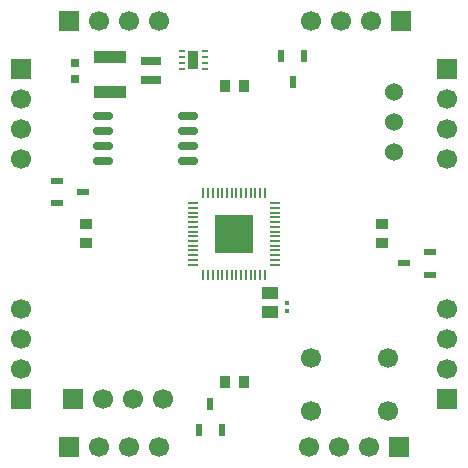
<source format=gbr>
%TF.GenerationSoftware,KiCad,Pcbnew,9.0.6*%
%TF.CreationDate,2025-12-07T19:13:54-08:00*%
%TF.ProjectId,redstone_block,72656473-746f-46e6-955f-626c6f636b2e,rev?*%
%TF.SameCoordinates,Original*%
%TF.FileFunction,Soldermask,Top*%
%TF.FilePolarity,Negative*%
%FSLAX46Y46*%
G04 Gerber Fmt 4.6, Leading zero omitted, Abs format (unit mm)*
G04 Created by KiCad (PCBNEW 9.0.6) date 2025-12-07 19:13:54*
%MOMM*%
%LPD*%
G01*
G04 APERTURE LIST*
G04 Aperture macros list*
%AMRoundRect*
0 Rectangle with rounded corners*
0 $1 Rounding radius*
0 $2 $3 $4 $5 $6 $7 $8 $9 X,Y pos of 4 corners*
0 Add a 4 corners polygon primitive as box body*
4,1,4,$2,$3,$4,$5,$6,$7,$8,$9,$2,$3,0*
0 Add four circle primitives for the rounded corners*
1,1,$1+$1,$2,$3*
1,1,$1+$1,$4,$5*
1,1,$1+$1,$6,$7*
1,1,$1+$1,$8,$9*
0 Add four rect primitives between the rounded corners*
20,1,$1+$1,$2,$3,$4,$5,0*
20,1,$1+$1,$4,$5,$6,$7,0*
20,1,$1+$1,$6,$7,$8,$9,0*
20,1,$1+$1,$8,$9,$2,$3,0*%
G04 Aperture macros list end*
%ADD10C,1.524000*%
%ADD11R,1.000000X0.950000*%
%ADD12R,0.950000X1.000000*%
%ADD13C,1.700000*%
%ADD14RoundRect,0.062500X0.187500X0.062500X-0.187500X0.062500X-0.187500X-0.062500X0.187500X-0.062500X0*%
%ADD15R,0.900000X1.600000*%
%ADD16R,1.700000X1.700000*%
%ADD17R,0.420000X0.460000*%
%ADD18R,1.800000X0.800000*%
%ADD19R,1.100000X0.600000*%
%ADD20R,0.700000X0.650000*%
%ADD21R,2.700000X1.100000*%
%ADD22RoundRect,0.162500X-0.650000X-0.162500X0.650000X-0.162500X0.650000X0.162500X-0.650000X0.162500X0*%
%ADD23RoundRect,0.050000X-0.387500X-0.050000X0.387500X-0.050000X0.387500X0.050000X-0.387500X0.050000X0*%
%ADD24RoundRect,0.050000X-0.050000X-0.387500X0.050000X-0.387500X0.050000X0.387500X-0.050000X0.387500X0*%
%ADD25R,3.200000X3.200000*%
%ADD26R,1.470000X1.020000*%
%ADD27R,0.600000X1.100000*%
G04 APERTURE END LIST*
D10*
%TO.C,5v*%
X148500000Y-43000000D03*
X148500000Y-45540000D03*
X148500000Y-48080000D03*
%TD*%
D11*
%TO.C,D2*%
X147500000Y-55800000D03*
X147500000Y-54200000D03*
%TD*%
%TO.C,D4*%
X122500000Y-54200000D03*
X122500000Y-55800000D03*
%TD*%
D12*
%TO.C,D3*%
X135800000Y-67500000D03*
X134200000Y-67500000D03*
%TD*%
D13*
%TO.C,SW1*%
X148000000Y-70000000D03*
X141500000Y-70000000D03*
X148000000Y-65500000D03*
X141500000Y-65500000D03*
%TD*%
D14*
%TO.C,U3*%
X132500000Y-41000000D03*
X132500000Y-40500000D03*
X132500000Y-40000000D03*
X132500000Y-39500000D03*
X130600000Y-39500000D03*
X130600000Y-40000000D03*
X130600000Y-40500000D03*
X130600000Y-41000000D03*
D15*
X131550000Y-40250000D03*
%TD*%
D16*
%TO.C,J9*%
X121380000Y-69000000D03*
D13*
X123920000Y-69000000D03*
X126460000Y-69000000D03*
X129000000Y-69000000D03*
%TD*%
D17*
%TO.C,C7*%
X139500000Y-60840000D03*
X139500000Y-61500000D03*
%TD*%
D16*
%TO.C,J8*%
X116975000Y-69000000D03*
D13*
X116975000Y-66460000D03*
X116975000Y-63920000D03*
X116975000Y-61380000D03*
%TD*%
D16*
%TO.C,J4*%
X153000000Y-69000000D03*
D13*
X153000000Y-66460000D03*
X153000000Y-63920000D03*
X153000000Y-61380000D03*
%TD*%
D18*
%TO.C,L1*%
X128000000Y-40400000D03*
X128000000Y-42000000D03*
%TD*%
D19*
%TO.C,D18*%
X151600000Y-58450000D03*
X151600000Y-56550000D03*
X149400000Y-57500000D03*
%TD*%
D12*
%TO.C,D1*%
X134200000Y-42500000D03*
X135800000Y-42500000D03*
%TD*%
D16*
%TO.C,J1*%
X121000000Y-37000000D03*
D13*
X123540000Y-37000000D03*
X126080000Y-37000000D03*
X128620000Y-37000000D03*
%TD*%
D20*
%TO.C,C5*%
X121500000Y-40500000D03*
X121500000Y-41850000D03*
%TD*%
D21*
%TO.C,100k*%
X124500000Y-40000000D03*
X124500000Y-43000000D03*
%TD*%
D16*
%TO.C,J2*%
X149120000Y-37000000D03*
D13*
X146580000Y-37000000D03*
X144040000Y-37000000D03*
X141500000Y-37000000D03*
%TD*%
D19*
%TO.C,D21*%
X120000000Y-50500000D03*
X120000000Y-52400000D03*
X122200000Y-51450000D03*
%TD*%
D22*
%TO.C,MEM*%
X123912500Y-45000000D03*
X123912500Y-46270000D03*
X123912500Y-47540000D03*
X123912500Y-48810000D03*
X131087500Y-48810000D03*
X131087500Y-47540000D03*
X131087500Y-46270000D03*
X131087500Y-45000000D03*
%TD*%
D16*
%TO.C,J6*%
X149000000Y-73025000D03*
D13*
X146460000Y-73025000D03*
X143920000Y-73025000D03*
X141380000Y-73025000D03*
%TD*%
D23*
%TO.C,U1*%
X131562500Y-52400000D03*
X131562500Y-52800001D03*
X131562500Y-53200000D03*
X131562500Y-53600000D03*
X131562500Y-54000000D03*
X131562500Y-54399999D03*
X131562500Y-54800000D03*
X131562500Y-55200000D03*
X131562500Y-55600001D03*
X131562500Y-56000000D03*
X131562500Y-56400000D03*
X131562500Y-56800000D03*
X131562500Y-57199999D03*
X131562500Y-57600000D03*
D24*
X132400000Y-58437500D03*
X132800001Y-58437500D03*
X133200000Y-58437500D03*
X133600000Y-58437500D03*
X134000000Y-58437500D03*
X134399999Y-58437500D03*
X134800000Y-58437500D03*
X135200000Y-58437500D03*
X135600001Y-58437500D03*
X136000000Y-58437500D03*
X136400000Y-58437500D03*
X136800000Y-58437500D03*
X137199999Y-58437500D03*
X137600000Y-58437500D03*
D23*
X138437500Y-57600000D03*
X138437500Y-57199999D03*
X138437500Y-56800000D03*
X138437500Y-56400000D03*
X138437500Y-56000000D03*
X138437500Y-55600001D03*
X138437500Y-55200000D03*
X138437500Y-54800000D03*
X138437500Y-54399999D03*
X138437500Y-54000000D03*
X138437500Y-53600000D03*
X138437500Y-53200000D03*
X138437500Y-52800001D03*
X138437500Y-52400000D03*
D24*
X137600000Y-51562500D03*
X137199999Y-51562500D03*
X136800000Y-51562500D03*
X136400000Y-51562500D03*
X136000000Y-51562500D03*
X135600001Y-51562500D03*
X135200000Y-51562500D03*
X134800000Y-51562500D03*
X134399999Y-51562500D03*
X134000000Y-51562500D03*
X133600000Y-51562500D03*
X133200000Y-51562500D03*
X132800001Y-51562500D03*
X132400000Y-51562500D03*
D25*
X135000000Y-55000000D03*
%TD*%
D26*
%TO.C,C6*%
X138000000Y-60000000D03*
X138000000Y-61600000D03*
%TD*%
D16*
%TO.C,J5*%
X121000000Y-73000000D03*
D13*
X123540000Y-73000000D03*
X126080000Y-73000000D03*
X128620000Y-73000000D03*
%TD*%
D27*
%TO.C,D17*%
X140900000Y-39900000D03*
X139000000Y-39900000D03*
X139950000Y-42100000D03*
%TD*%
%TO.C,D20*%
X132050000Y-71600000D03*
X133950000Y-71600000D03*
X133000000Y-69400000D03*
%TD*%
D16*
%TO.C,J7*%
X117000000Y-41000000D03*
D13*
X117000000Y-43540000D03*
X117000000Y-46080000D03*
X117000000Y-48620000D03*
%TD*%
D16*
%TO.C,J3*%
X153025000Y-41000000D03*
D13*
X153025000Y-43540000D03*
X153025000Y-46080000D03*
X153025000Y-48620000D03*
%TD*%
M02*

</source>
